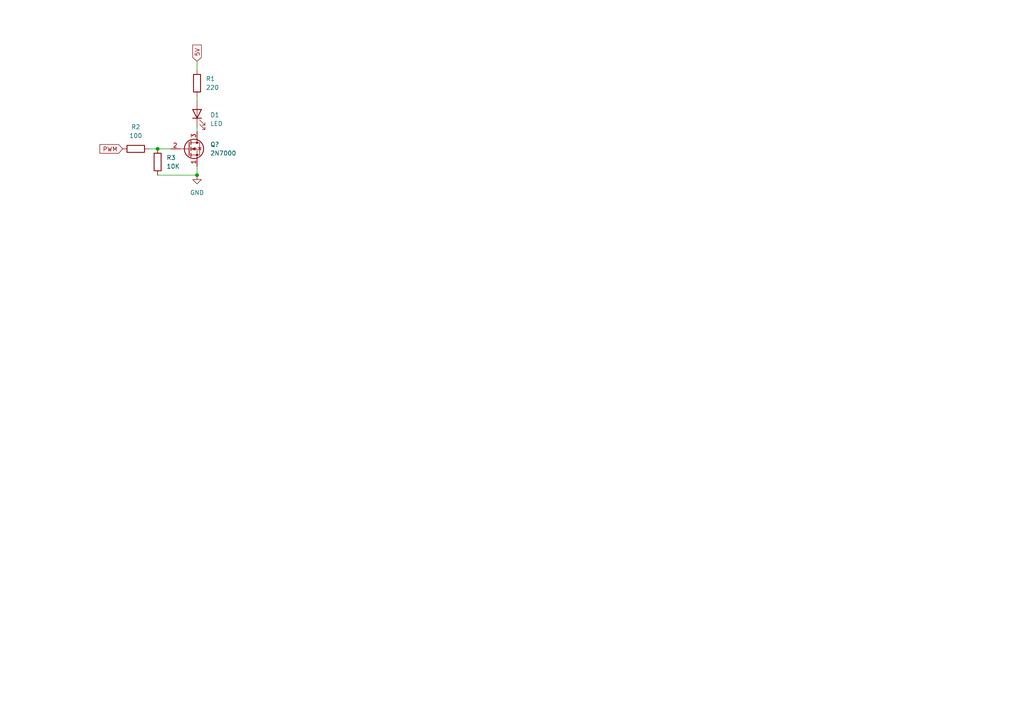
<source format=kicad_sch>
(kicad_sch (version 20211123) (generator eeschema)
  (paper "A4")
  (lib_symbols
    (symbol "Device:LED" (pin_numbers hide) (pin_names (offset 1.016) hide)
      (property "Reference" "D" (at 0 2.54 0))
      (property "Value" "LED" (at 0 -2.54 0))
      (symbol "LED_0_1"
        (polyline (pts (xy -1.27 -1.27) (xy -1.27 1.27)) (stroke (width 0.254)))
        (polyline (pts (xy -1.27 0) (xy 1.27 0)))
        (polyline (pts (xy 1.27 -1.27) (xy 1.27 1.27) (xy -1.27 0) (xy 1.27 -1.27)) (stroke (width 0.254)))
        (polyline (pts (xy -3.048 -0.762) (xy -4.572 -2.286) (xy -3.81 -2.286) (xy -4.572 -2.286) (xy -4.572 -1.524)))
        (polyline (pts (xy -1.778 -0.762) (xy -3.302 -2.286) (xy -2.54 -2.286) (xy -3.302 -2.286) (xy -3.302 -1.524)))
      )
      (symbol "LED_1_1"
        (pin passive line (at -3.81 0 0) (length 2.54) (name "K") (number "1"))
        (pin passive line (at 3.81 0 180) (length 2.54) (name "A") (number "2"))
      )
    )
    (symbol "Device:R" (pin_numbers hide) (pin_names (offset 0))
      (property "Reference" "R" (at 2.032 0 90))
      (property "Value" "R" (at 0 0 90))
      (symbol "R_0_1"
        (rectangle (start -1.016 -2.54) (end 1.016 2.54) (stroke (width 0.254)))
      )
      (symbol "R_1_1"
        (pin passive line (at 0 3.81 270) (length 1.27) (name "~") (number "1"))
        (pin passive line (at 0 -3.81 90) (length 1.27) (name "~") (number "2"))
      )
    )
    (symbol "Transistor_FET:2N7000" (pin_names hide)
      (property "Reference" "Q" (at 5.08 1.905 0))
      (property "Value" "2N7000" (at 5.08 0 0))
      (symbol "2N7000_0_1"
        (polyline (pts (xy 0.254 0) (xy -2.54 0)))
        (polyline (pts (xy 0.254 1.905) (xy 0.254 -1.905)) (stroke (width 0.254)))
        (polyline (pts (xy 0.762 -1.27) (xy 0.762 -2.286)) (stroke (width 0.254)))
        (polyline (pts (xy 0.762 0.508) (xy 0.762 -0.508)) (stroke (width 0.254)))
        (polyline (pts (xy 0.762 2.286) (xy 0.762 1.27)) (stroke (width 0.254)))
        (polyline (pts (xy 2.54 2.54) (xy 2.54 1.778)))
        (polyline (pts (xy 2.54 -2.54) (xy 2.54 0) (xy 0.762 0)))
        (polyline (pts (xy 0.762 -1.778) (xy 3.302 -1.778) (xy 3.302 1.778) (xy 0.762 1.778)))
        (polyline (pts (xy 1.016 0) (xy 2.032 0.381) (xy 2.032 -0.381) (xy 1.016 0)) (fill (type outline)))
        (polyline (pts (xy 2.794 0.508) (xy 2.921 0.381) (xy 3.683 0.381) (xy 3.81 0.254)))
        (polyline (pts (xy 3.302 0.381) (xy 2.921 -0.254) (xy 3.683 -0.254) (xy 3.302 0.381)))
        (circle (center 1.651 0) (radius 2.794) (stroke (width 0.254)))
        (circle (center 2.54 -1.778) (radius 0.254) (fill (type outline)))
        (circle (center 2.54 1.778) (radius 0.254) (fill (type outline)))
      )
      (symbol "2N7000_1_1"
        (pin passive line (at 2.54 -5.08 90) (length 2.54) (name "S") (number "1"))
        (pin input line (at -5.08 0 0) (length 2.54) (name "G") (number "2"))
        (pin passive line (at 2.54 5.08 270) (length 2.54) (name "D") (number "3"))
      )
    )
    (symbol "power:GND" (power) (pin_names (offset 0))
      (property "Value" "GND" (at 0 -3.81 0))
      (symbol "GND_0_1"
        (polyline (pts (xy 0 0) (xy 0 -1.27) (xy 1.27 -1.27) (xy 0 -2.54) (xy -1.27 -1.27) (xy 0 -1.27)))
      )
      (symbol "GND_1_1"
        (pin power_in line (at 0 0 270) (length 0) hide (name "GND") (number "1"))
      )
    )
  )
  (junction (at 45.72 43.18))
  (junction (at 57.15 50.8))
  (wire (pts (xy 45.72 43.18) (xy 49.53 43.18)))
  (wire (pts (xy 57.15 48.26) (xy 57.15 50.8)))
  (wire (pts (xy 57.15 17.78) (xy 57.15 20.32)))
  (wire (pts (xy 57.15 27.94) (xy 57.15 29.21)))
  (wire (pts (xy 45.72 50.8) (xy 57.15 50.8)))
  (wire (pts (xy 57.15 36.83) (xy 57.15 38.1)))
  (wire (pts (xy 43.18 43.18) (xy 45.72 43.18)))
  (global_label "PWM" (shape input) (at 35.56 43.18 180) (property "Intersheet References" "${INTERSHEET_REFS}" (effects hide)))
  (global_label "5V" (shape input) (at 57.15 17.78 90) (property "Intersheet References" "${INTERSHEET_REFS}" (effects hide)))
  (symbol (lib_id "Device:R") (at 39.37 43.18 90) (unit 1)
    (property "Reference" "R2" (at 39.37 36.83 90))
    (property "Value" "100" (at 39.37 39.37 90))
  )
  (symbol (lib_id "Transistor_FET:2N7000") (at 54.61 43.18 0) (unit 1)
    (property "Reference" "Q?" (at 60.96 41.9099 0) (effects (justify left)))
    (property "Value" "2N7000" (at 60.96 44.4499 0) (effects (justify left)))
    (property "Footprint" "Package_TO_SOT_THT:TO-92_Inline" (effects hide))
    (property "Datasheet" "https://www.vishay.com/docs/70226/70226.pdf" (effects hide))
  )
  (symbol (lib_id "Device:LED") (at 57.15 33.02 90) (unit 1)
    (property "Reference" "D1" (at 60.96 33.3374 90) (effects (justify right)))
    (property "Value" "LED" (at 60.96 35.8774 90) (effects (justify right)))
  )
  (symbol (lib_id "Device:R") (at 57.15 24.13 0) (unit 1)
    (property "Reference" "R1" (at 59.69 22.8599 0) (effects (justify left)))
    (property "Value" "220" (at 59.69 25.3999 0) (effects (justify left)))
  )
  (symbol (lib_id "Device:R") (at 45.72 46.99 0) (unit 1)
    (property "Reference" "R3" (at 48.26 45.7199 0) (effects (justify left)))
    (property "Value" "10K" (at 48.26 48.2599 0) (effects (justify left)))
  )
  (symbol (lib_id "power:GND") (at 57.15 50.8 0) (unit 1)
    (property "Reference" "#PWR?" (effects hide))
    (property "Value" "GND" (at 57.15 55.88 0))
  )
)
</source>
